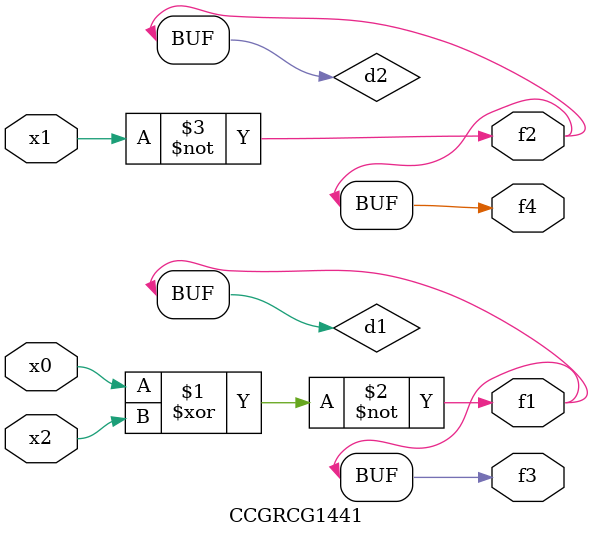
<source format=v>
module CCGRCG1441(
	input x0, x1, x2,
	output f1, f2, f3, f4
);

	wire d1, d2, d3;

	xnor (d1, x0, x2);
	nand (d2, x1);
	nor (d3, x1, x2);
	assign f1 = d1;
	assign f2 = d2;
	assign f3 = d1;
	assign f4 = d2;
endmodule

</source>
